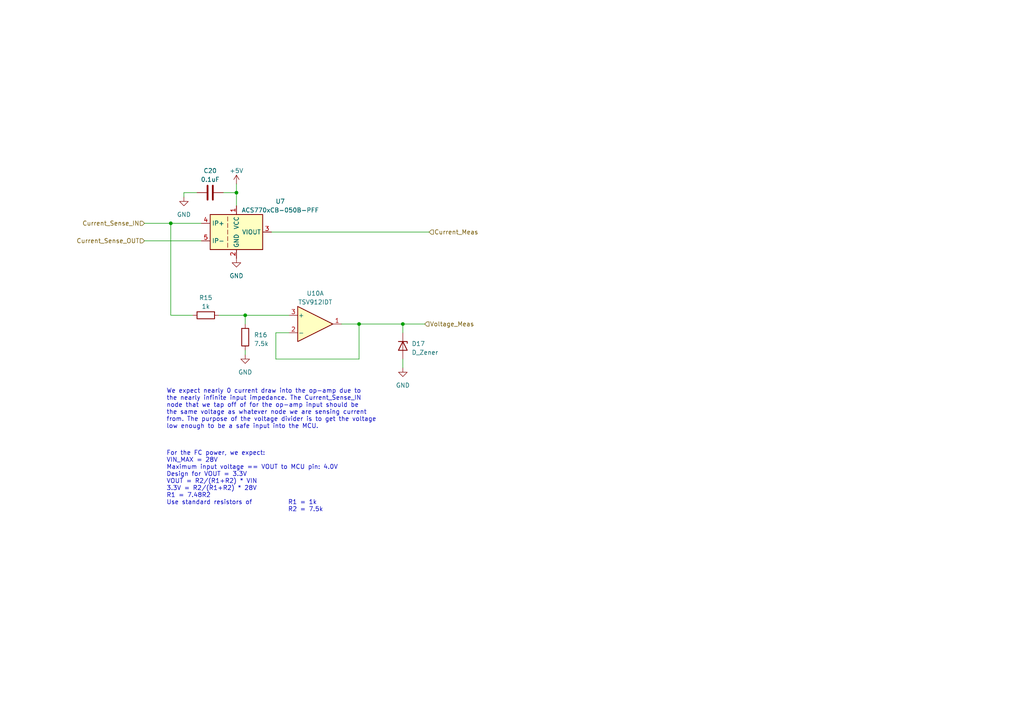
<source format=kicad_sch>
(kicad_sch (version 20230121) (generator eeschema)
  (paper "A4")
  (lib_symbols
    (symbol "Amplifier_Operational:TSV912IDT" (pin_names (offset 0.127))
      (property "Reference" "U" (at 0 5.08 0))
      (property "Value" "TSV912IDT" (at 0 -5.08 0))
      (symbol "TSV912IDT_1_1"
        (polyline (pts (xy -5.08 5.08) (xy 5.08 0) (xy -5.08 -5.08) (xy -5.08 5.08)) (stroke (width 0.254)) (fill (type background)))
        (pin output line (at 7.62 0 180) (length 2.54) (name "~") (number "1"))
        (pin input line (at -7.62 -2.54 0) (length 2.54) (name "-") (number "2"))
        (pin input line (at -7.62 2.54 0) (length 2.54) (name "+") (number "3"))
      )
      (symbol "TSV912IDT_2_1"
        (polyline (pts (xy -5.08 5.08) (xy 5.08 0) (xy -5.08 -5.08) (xy -5.08 5.08)) (stroke (width 0.254)) (fill (type background)))
        (pin input line (at -7.62 2.54 0) (length 2.54) (name "+") (number "5"))
        (pin input line (at -7.62 -2.54 0) (length 2.54) (name "-") (number "6"))
        (pin output line (at 7.62 0 180) (length 2.54) (name "~") (number "7"))
      )
      (symbol "TSV912IDT_3_1"
        (pin power_in line (at -2.54 -7.62 90) (length 3.81) (name "V-") (number "4"))
        (pin power_in line (at -2.54 7.62 270) (length 3.81) (name "V+") (number "8"))
      )
    )
    (symbol "Device:C" (pin_numbers hide) (pin_names (offset 0.254))
      (property "Reference" "C" (at 0.635 2.54 0))
      (property "Value" "C" (at 0.635 -2.54 0))
      (symbol "C_0_1"
        (polyline (pts (xy -2.032 -0.762) (xy 2.032 -0.762)) (stroke (width 0.508)))
        (polyline (pts (xy -2.032 0.762) (xy 2.032 0.762)) (stroke (width 0.508)))
      )
      (symbol "C_1_1"
        (pin passive line (at 0 3.81 270) (length 2.794) (name "~") (number "1"))
        (pin passive line (at 0 -3.81 90) (length 2.794) (name "~") (number "2"))
      )
    )
    (symbol "Device:D_Zener" (pin_numbers hide) (pin_names (offset 1.016) hide)
      (property "Reference" "D" (at 0 2.54 0))
      (property "Value" "D_Zener" (at 0 -2.54 0))
      (symbol "D_Zener_0_1"
        (polyline (pts (xy 1.27 0) (xy -1.27 0)))
        (polyline (pts (xy -1.27 -1.27) (xy -1.27 1.27) (xy -0.762 1.27)) (stroke (width 0.254)))
        (polyline (pts (xy 1.27 -1.27) (xy 1.27 1.27) (xy -1.27 0) (xy 1.27 -1.27)) (stroke (width 0.254)))
      )
      (symbol "D_Zener_1_1"
        (pin passive line (at -3.81 0 0) (length 2.54) (name "K") (number "1"))
        (pin passive line (at 3.81 0 180) (length 2.54) (name "A") (number "2"))
      )
    )
    (symbol "Device:R" (pin_numbers hide) (pin_names (offset 0))
      (property "Reference" "R" (at 2.032 0 90))
      (property "Value" "R" (at 0 0 90))
      (symbol "R_0_1"
        (rectangle (start -1.016 -2.54) (end 1.016 2.54) (stroke (width 0.254)))
      )
      (symbol "R_1_1"
        (pin passive line (at 0 3.81 270) (length 1.27) (name "~") (number "1"))
        (pin passive line (at 0 -3.81 90) (length 1.27) (name "~") (number "2"))
      )
    )
    (symbol "Sensor_Current:ACS770xCB-050B-PFF"
      (property "Reference" "U" (at -7.62 6.35 0))
      (property "Value" "ACS770xCB-050B-PFF" (at 2.54 6.35 0))
      (symbol "ACS770xCB-050B-PFF_0_1"
        (rectangle (start -7.62 5.08) (end 7.62 -5.08) (stroke (width 0.254)) (fill (type background)))
        (polyline (pts (xy -2.54 -3.175) (xy -2.54 -4.445)))
        (polyline (pts (xy -2.54 -1.27) (xy -2.54 -2.54)))
        (polyline (pts (xy -2.54 0.635) (xy -2.54 -0.635)))
        (polyline (pts (xy -2.54 1.27) (xy -2.54 2.54)))
        (polyline (pts (xy -2.54 3.175) (xy -2.54 4.445)))
      )
      (symbol "ACS770xCB-050B-PFF_1_1"
        (pin power_in line (at 0 7.62 270) (length 2.54) (name "VCC") (number "1"))
        (pin power_in line (at 0 -7.62 90) (length 2.54) (name "GND") (number "2"))
        (pin output line (at 10.16 0 180) (length 2.54) (name "VIOUT") (number "3"))
        (pin passive line (at -10.16 2.54 0) (length 2.54) (name "IP+") (number "4"))
        (pin passive line (at -10.16 -2.54 0) (length 2.54) (name "IP-") (number "5"))
      )
    )
    (symbol "power:+5V" (power) (pin_names (offset 0))
      (property "Value" "+5V" (at 0 3.556 0))
      (symbol "+5V_0_1"
        (polyline (pts (xy -0.762 1.27) (xy 0 2.54)))
        (polyline (pts (xy 0 0) (xy 0 2.54)))
        (polyline (pts (xy 0 2.54) (xy 0.762 1.27)))
      )
      (symbol "+5V_1_1"
        (pin power_in line (at 0 0 90) (length 0) hide (name "+5V") (number "1"))
      )
    )
    (symbol "power:GND" (power) (pin_names (offset 0))
      (property "Value" "GND" (at 0 -3.81 0))
      (symbol "GND_0_1"
        (polyline (pts (xy 0 0) (xy 0 -1.27) (xy 1.27 -1.27) (xy 0 -2.54) (xy -1.27 -1.27) (xy 0 -1.27)))
      )
      (symbol "GND_1_1"
        (pin power_in line (at 0 0 270) (length 0) hide (name "GND") (number "1"))
      )
    )
  )
  (junction (at 71.12 91.44))
  (junction (at 49.53 64.77))
  (junction (at 104.14 93.98))
  (junction (at 116.84 93.98))
  (junction (at 68.58 55.88))
  (wire (pts (xy 71.12 91.44) (xy 71.12 93.98)))
  (wire (pts (xy 116.84 104.14) (xy 116.84 106.68)))
  (wire (pts (xy 104.14 93.98) (xy 99.06 93.98)))
  (wire (pts (xy 104.14 104.14) (xy 104.14 93.98)))
  (wire (pts (xy 68.58 55.88) (xy 68.58 59.69)))
  (wire (pts (xy 104.14 93.98) (xy 116.84 93.98)))
  (wire (pts (xy 41.91 64.77) (xy 49.53 64.77)))
  (wire (pts (xy 53.34 55.88) (xy 53.34 57.15)))
  (wire (pts (xy 49.53 91.44) (xy 55.88 91.44)))
  (wire (pts (xy 78.74 67.31) (xy 124.46 67.31)))
  (wire (pts (xy 71.12 91.44) (xy 83.82 91.44)))
  (wire (pts (xy 58.42 69.85) (xy 41.91 69.85)))
  (wire (pts (xy 83.82 96.52) (xy 80.01 96.52)))
  (wire (pts (xy 57.15 55.88) (xy 53.34 55.88)))
  (wire (pts (xy 63.5 91.44) (xy 71.12 91.44)))
  (wire (pts (xy 116.84 93.98) (xy 116.84 96.52)))
  (wire (pts (xy 49.53 64.77) (xy 49.53 91.44)))
  (wire (pts (xy 64.77 55.88) (xy 68.58 55.88)))
  (wire (pts (xy 80.01 96.52) (xy 80.01 104.14)))
  (wire (pts (xy 68.58 53.34) (xy 68.58 55.88)))
  (wire (pts (xy 80.01 104.14) (xy 104.14 104.14)))
  (wire (pts (xy 116.84 93.98) (xy 123.19 93.98)))
  (wire (pts (xy 49.53 64.77) (xy 58.42 64.77)))
  (wire (pts (xy 71.12 101.6) (xy 71.12 102.87)))
  (text "For the FC power, we expect:\nVIN_MAX = 28V\nMaximum input voltage == VOUT to MCU pin: 4.0V\nDesign for VOUT = 3.3V\nVOUT = R2/(R1+R2) * VIN\n3.3V = R2/(R1+R2) * 28V\nR1 = 7.48R2\nUse standard resistors of 	R1 = 1k\n							R2 = 7.5k" (at 48.26 148.59 0) (effects (font (size 1.27 1.27)) (justify left bottom)))
  (text "We expect nearly 0 current draw into the op-amp due to\nthe nearly infinite input impedance. The Current_Sense_IN\nnode that we tap off of for the op-amp input should be\nthe same voltage as whatever node we are sensing current\nfrom. The purpose of the voltage divider is to get the voltage\nlow enough to be a safe input into the MCU." (at 48.26 124.46 0) (effects (font (size 1.27 1.27)) (justify left bottom)))
  (hierarchical_label "Current_Sense_OUT" (shape input) (at 41.91 69.85 180))
  (hierarchical_label "Current_Meas" (shape input) (at 124.46 67.31 0))
  (hierarchical_label "Current_Sense_IN" (shape input) (at 41.91 64.77 180))
  (hierarchical_label "Voltage_Meas" (shape input) (at 123.19 93.98 0))
  (symbol (lib_id "power:+5V") (at 68.58 53.34 0) (unit 1)
    (property "Reference" "#PWR031" (effects hide))
    (property "Value" "+5V" (at 68.58 49.53 0))
    (instances (project "FCBoard" (path "" (reference "#PWR031") (unit 1)) (path "" (reference "#PWR036") (unit 1)) (path "" (reference "#PWR026") (unit 1))))
  )
  (symbol (lib_id "power:GND") (at 71.12 102.87 0) (unit 1)
    (property "Reference" "#PWR033" (effects hide))
    (property "Value" "GND" (at 71.12 107.95 0))
    (instances (project "FCBoard" (path "" (reference "#PWR033") (unit 1)) (path "" (reference "#PWR038") (unit 1)) (path "" (reference "#PWR028") (unit 1))))
  )
  (symbol (lib_id "Amplifier_Operational:TSV912IDT") (at 91.44 93.98 0) (unit 1)
    (property "Reference" "U10" (at 91.44 85.09 0))
    (property "Value" "TSV912IDT" (at 91.44 87.63 0))
    (property "Datasheet" "www.st.com/resource/en/datasheet/tsv911.pdf" (effects hide))
    (instances (project "FCBoard" (path "" (reference "U10") (unit 1)) (path "" (reference "U12") (unit 1)) (path "" (reference "U7") (unit 1))))
  )
  (symbol (lib_id "Device:R") (at 71.12 97.79 0) (unit 1)
    (property "Reference" "R16" (at 73.66 97.155 0) (effects (justify left)))
    (property "Value" "7.5k" (at 73.66 99.695 0) (effects (justify left)))
    (instances (project "FCBoard" (path "" (reference "R16") (unit 1)) (path "" (reference "R18") (unit 1)) (path "" (reference "R14") (unit 1))))
  )
  (symbol (lib_id "power:GND") (at 116.84 106.68 0) (unit 1)
    (property "Reference" "#PWR034" (effects hide))
    (property "Value" "GND" (at 116.84 111.76 0))
    (instances (project "FCBoard" (path "" (reference "#PWR034") (unit 1)) (path "" (reference "#PWR039") (unit 1)) (path "" (reference "#PWR029") (unit 1))))
  )
  (symbol (lib_id "power:GND") (at 53.34 57.15 0) (unit 1)
    (property "Reference" "#PWR030" (effects hide))
    (property "Value" "GND" (at 53.34 62.23 0))
    (instances (project "FCBoard" (path "" (reference "#PWR030") (unit 1)) (path "" (reference "#PWR035") (unit 1)) (path "" (reference "#PWR027") (unit 1))))
  )
  (symbol (lib_id "power:GND") (at 68.58 74.93 0) (unit 1)
    (property "Reference" "#PWR032" (effects hide))
    (property "Value" "GND" (at 68.58 80.01 0))
    (instances (project "FCBoard" (path "" (reference "#PWR032") (unit 1)) (path "" (reference "#PWR037") (unit 1)) (path "" (reference "#PWR025") (unit 1))))
  )
  (symbol (lib_id "Device:R") (at 59.69 91.44 270) (unit 1)
    (property "Reference" "R15" (at 59.69 86.36 90))
    (property "Value" "1k" (at 59.69 88.9 90))
    (instances (project "FCBoard" (path "" (reference "R15") (unit 1)) (path "" (reference "R17") (unit 1)) (path "" (reference "R13") (unit 1))))
  )
  (symbol (lib_id "Device:D_Zener") (at 116.84 100.33 270) (unit 1)
    (property "Reference" "D17" (at 119.38 99.695 90) (effects (justify left)))
    (property "Value" "D_Zener" (at 119.38 102.235 90) (effects (justify left)))
    (instances (project "FCBoard" (path "" (reference "D17") (unit 1)) (path "" (reference "D18") (unit 1)) (path "" (reference "D16") (unit 1))))
  )
  (symbol (lib_id "Sensor_Current:ACS770xCB-050B-PFF") (at 68.58 67.31 0) (unit 1)
    (property "Reference" "U7" (at 81.28 58.42 0))
    (property "Value" "ACS770xCB-050B-PFF" (at 81.28 60.96 0))
    (property "Footprint" "Sensor_Current:Allegro_CB_PFF" (effects hide))
    (property "Datasheet" "http://www.allegromicro.com/~/media/Files/Datasheets/ACS758-Datasheet.ashx?la=en" (effects hide))
    (instances (project "FCBoard" (path "" (reference "U7") (unit 1)) (path "" (reference "U9") (unit 1)) (path "" (reference "U11") (unit 1)) (path "" (reference "U8") (unit 1))))
  )
  (symbol (lib_id "Device:C") (at 60.96 55.88 90) (unit 1)
    (property "Reference" "C20" (at 60.96 49.53 90))
    (property "Value" "0.1uF" (at 60.96 52.07 90))
    (instances (project "FCBoard" (path "" (reference "C20") (unit 1)) (path "" (reference "C21") (unit 1)) (path "" (reference "C19") (unit 1))))
  )
)
</source>
